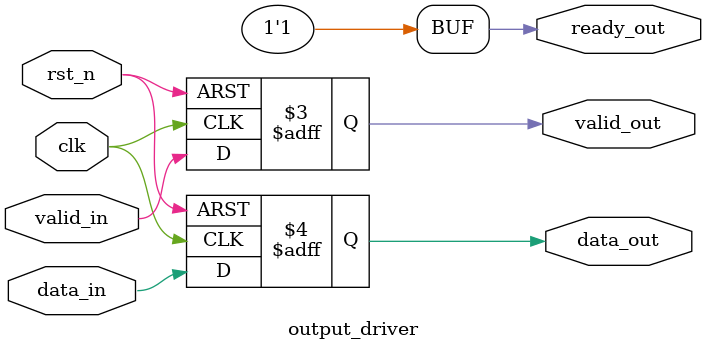
<source format=sv>

module inline_log_xnor (
    input  wire        clk,         // Clock input
    input  wire        rst_n,       // Active-low reset
    input  wire        a,           // First input operand
    input  wire        b,           // Second input operand
    input  wire        valid_in,    // Input data valid
    output wire        valid_out,   // Output data valid
    output wire        ready_in,    // Ready to accept new input
    output wire        out          // XNOR result output
);

    // Pipeline control signals
    wire valid_stage1, valid_stage2, valid_stage3;
    wire ready_stage1, ready_stage2, ready_stage3;
    
    // Data pipeline stage signals
    wire stage1_compare_result;
    reg  stage2_pipeline_reg;
    
    // Pipeline ready/valid logic
    assign ready_in = ready_stage1;
    assign valid_out = valid_stage3;
    
    // Stage 1: Input comparison datapath with valid/ready flow control
    equality_comparator equality_comp_inst (
        .clk(clk),
        .rst_n(rst_n),
        .operand_a(a),
        .operand_b(b),
        .valid_in(valid_in),
        .ready_out(ready_stage1),
        .valid_out(valid_stage1),
        .ready_in(ready_stage2),
        .equal_result(stage1_compare_result)
    );
    
    // Stage 2: Pipeline register to break long datapath with flow control
    always @(posedge clk or negedge rst_n) begin
        if (!rst_n)
            stage2_pipeline_reg <= 1'b0;
        else if (valid_stage1 && ready_stage2)
            stage2_pipeline_reg <= stage1_compare_result;
    end
    
    // Stage 2 flow control
    reg valid_stage2_reg;
    
    always @(posedge clk or negedge rst_n) begin
        if (!rst_n)
            valid_stage2_reg <= 1'b0;
        else if (ready_stage2)
            valid_stage2_reg <= valid_stage1;
    end
    
    assign valid_stage2 = valid_stage2_reg;
    assign ready_stage2 = !valid_stage2_reg || ready_stage3;
    
    // Stage 3: Output driver datapath with flow control
    output_driver output_driver_inst (
        .clk(clk),
        .rst_n(rst_n),
        .data_in(stage2_pipeline_reg),
        .valid_in(valid_stage2),
        .ready_out(ready_stage3),
        .valid_out(valid_stage3),
        .data_out(out)
    );

endmodule

//-----------------------------------------------------------------------------
// Equality Comparator Submodule - Stage 1 Pipeline
// Performs the comparison between two input operands with registered inputs
// and pipeline flow control
//-----------------------------------------------------------------------------
module equality_comparator (
    input  wire clk,
    input  wire rst_n,
    input  wire operand_a,
    input  wire operand_b,
    input  wire valid_in,
    output wire ready_out,
    output wire valid_out,
    input  wire ready_in,
    output wire equal_result
);
    // Registered input operands to improve timing
    reg operand_a_stage1, operand_b_stage1;
    reg operand_a_stage2, operand_b_stage2;
    
    // Intermediate stage signals
    reg equal_stage1;
    reg equal_stage2;
    
    // Pipeline valid signals
    reg valid_stage1_reg;
    reg valid_stage2_reg;
    
    // Stage flow control
    wire ready_stage1 = !valid_stage1_reg || ready_stage2;
    wire ready_stage2 = !valid_stage2_reg || ready_in;
    
    // Stage 1 registers
    always @(posedge clk or negedge rst_n) begin
        if (!rst_n) begin
            operand_a_stage1 <= 1'b0;
            operand_b_stage1 <= 1'b0;
            valid_stage1_reg <= 1'b0;
        end
        else if (ready_stage1) begin
            operand_a_stage1 <= operand_a;
            operand_b_stage1 <= operand_b;
            valid_stage1_reg <= valid_in;
        end
    end
    
    // Stage 1 computation
    wire stage1_result = (operand_a_stage1 == operand_b_stage1);
    
    // Stage 2 registers
    always @(posedge clk or negedge rst_n) begin
        if (!rst_n) begin
            equal_stage1 <= 1'b0;
            valid_stage2_reg <= 1'b0;
        end
        else if (ready_stage2) begin
            equal_stage1 <= stage1_result;
            valid_stage2_reg <= valid_stage1_reg;
        end
    end
    
    // Output assignments
    assign equal_result = equal_stage1;
    assign valid_out = valid_stage2_reg;
    assign ready_out = ready_stage1;
    
endmodule

//-----------------------------------------------------------------------------
// Output Driver Submodule - Stage 3 Pipeline
// Processes and drives the final result to the output port with flow control
//-----------------------------------------------------------------------------
module output_driver (
    input  wire clk,
    input  wire rst_n,
    input  wire data_in,
    input  wire valid_in,
    output wire ready_out,
    output reg  valid_out,
    output reg  data_out
);
    // Output stage flow control
    assign ready_out = 1'b1;  // Always ready to receive new data
    
    // Registered output to break timing path
    always @(posedge clk or negedge rst_n) begin
        if (!rst_n) begin
            data_out <= 1'b0;
            valid_out <= 1'b0;
        end
        else begin
            data_out <= data_in;
            valid_out <= valid_in;
        end
    end

endmodule
</source>
